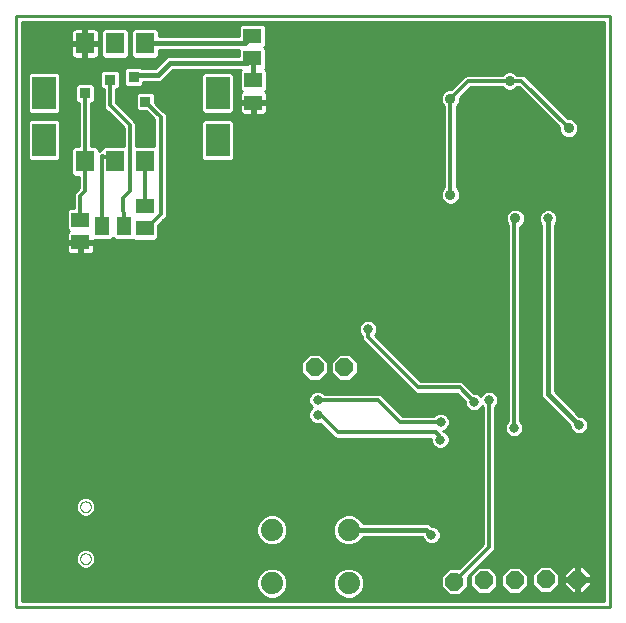
<source format=gbl>
G75*
%MOIN*%
%OFA0B0*%
%FSLAX25Y25*%
%IPPOS*%
%LPD*%
%AMOC8*
5,1,8,0,0,1.08239X$1,22.5*
%
%ADD10C,0.01000*%
%ADD11R,0.05906X0.05118*%
%ADD12R,0.06299X0.07087*%
%ADD13R,0.07874X0.11024*%
%ADD14C,0.00000*%
%ADD15C,0.07400*%
%ADD16R,0.05118X0.05906*%
%ADD17OC8,0.06000*%
%ADD18C,0.03169*%
%ADD19C,0.01200*%
%ADD20R,0.03562X0.03562*%
%ADD21C,0.01600*%
%ADD22C,0.03562*%
D10*
X0001500Y0012458D02*
X0199335Y0012458D01*
X0199335Y0209309D01*
X0001500Y0209309D01*
X0001500Y0012458D01*
X0003500Y0014458D02*
X0003500Y0207309D01*
X0197335Y0207309D01*
X0197335Y0014458D01*
X0003500Y0014458D01*
X0003500Y0015454D02*
X0084722Y0015454D01*
X0085599Y0015091D02*
X0087667Y0015091D01*
X0089579Y0015882D01*
X0091041Y0017345D01*
X0091833Y0019256D01*
X0091833Y0021325D01*
X0091041Y0023236D01*
X0089579Y0024699D01*
X0087667Y0025491D01*
X0085599Y0025491D01*
X0083688Y0024699D01*
X0082225Y0023236D01*
X0081433Y0021325D01*
X0081433Y0019256D01*
X0082225Y0017345D01*
X0083688Y0015882D01*
X0085599Y0015091D01*
X0083117Y0016452D02*
X0003500Y0016452D01*
X0003500Y0017451D02*
X0082181Y0017451D01*
X0081767Y0018449D02*
X0003500Y0018449D01*
X0003500Y0019448D02*
X0081433Y0019448D01*
X0081433Y0020446D02*
X0003500Y0020446D01*
X0003500Y0021445D02*
X0081483Y0021445D01*
X0081896Y0022443D02*
X0003500Y0022443D01*
X0003500Y0023442D02*
X0082430Y0023442D01*
X0083429Y0024441D02*
X0003500Y0024441D01*
X0003500Y0025439D02*
X0023234Y0025439D01*
X0022678Y0025669D02*
X0023881Y0025171D01*
X0025182Y0025171D01*
X0026385Y0025669D01*
X0027305Y0026589D01*
X0027803Y0027792D01*
X0027803Y0029093D01*
X0027305Y0030296D01*
X0026385Y0031216D01*
X0025182Y0031714D01*
X0023881Y0031714D01*
X0022678Y0031216D01*
X0021758Y0030296D01*
X0021260Y0029093D01*
X0021260Y0027792D01*
X0021758Y0026589D01*
X0022678Y0025669D01*
X0021910Y0026438D02*
X0003500Y0026438D01*
X0003500Y0027436D02*
X0021407Y0027436D01*
X0021260Y0028435D02*
X0003500Y0028435D01*
X0003500Y0029433D02*
X0021401Y0029433D01*
X0021894Y0030432D02*
X0003500Y0030432D01*
X0003500Y0031430D02*
X0023195Y0031430D01*
X0025868Y0031430D02*
X0155086Y0031430D01*
X0156084Y0032429D02*
X0003500Y0032429D01*
X0003500Y0033427D02*
X0084304Y0033427D01*
X0083688Y0033682D02*
X0085599Y0032891D01*
X0087667Y0032891D01*
X0089579Y0033682D01*
X0091041Y0035145D01*
X0091833Y0037056D01*
X0091833Y0039125D01*
X0091041Y0041036D01*
X0089579Y0042499D01*
X0087667Y0043291D01*
X0085599Y0043291D01*
X0083688Y0042499D01*
X0082225Y0041036D01*
X0081433Y0039125D01*
X0081433Y0037056D01*
X0082225Y0035145D01*
X0083688Y0033682D01*
X0082944Y0034426D02*
X0003500Y0034426D01*
X0003500Y0035424D02*
X0082109Y0035424D01*
X0081696Y0036423D02*
X0003500Y0036423D01*
X0003500Y0037421D02*
X0081433Y0037421D01*
X0081433Y0038420D02*
X0003500Y0038420D01*
X0003500Y0039418D02*
X0081555Y0039418D01*
X0081968Y0040417D02*
X0003500Y0040417D01*
X0003500Y0041415D02*
X0082604Y0041415D01*
X0083602Y0042414D02*
X0003500Y0042414D01*
X0003500Y0043412D02*
X0022258Y0043412D01*
X0022678Y0042992D02*
X0023881Y0042494D01*
X0025182Y0042494D01*
X0026385Y0042992D01*
X0027305Y0043912D01*
X0027803Y0045115D01*
X0027803Y0046416D01*
X0027305Y0047619D01*
X0026385Y0048539D01*
X0025182Y0049037D01*
X0023881Y0049037D01*
X0022678Y0048539D01*
X0021758Y0047619D01*
X0021260Y0046416D01*
X0021260Y0045115D01*
X0021758Y0043912D01*
X0022678Y0042992D01*
X0021551Y0044411D02*
X0003500Y0044411D01*
X0003500Y0045409D02*
X0021260Y0045409D01*
X0021260Y0046408D02*
X0003500Y0046408D01*
X0003500Y0047406D02*
X0021670Y0047406D01*
X0022544Y0048405D02*
X0003500Y0048405D01*
X0003500Y0049403D02*
X0156880Y0049403D01*
X0156880Y0048405D02*
X0026519Y0048405D01*
X0027393Y0047406D02*
X0156880Y0047406D01*
X0156880Y0046408D02*
X0027803Y0046408D01*
X0027803Y0045409D02*
X0156880Y0045409D01*
X0156880Y0044411D02*
X0027512Y0044411D01*
X0026805Y0043412D02*
X0156880Y0043412D01*
X0156880Y0042414D02*
X0115264Y0042414D01*
X0115179Y0042499D02*
X0113267Y0043291D01*
X0111199Y0043291D01*
X0109287Y0042499D01*
X0107825Y0041036D01*
X0107033Y0039125D01*
X0107033Y0037056D01*
X0107825Y0035145D01*
X0109287Y0033682D01*
X0111199Y0032891D01*
X0113267Y0032891D01*
X0115179Y0033682D01*
X0116641Y0035145D01*
X0116909Y0035791D01*
X0136752Y0035791D01*
X0136752Y0035762D01*
X0137222Y0034629D01*
X0138090Y0033761D01*
X0139223Y0033291D01*
X0140450Y0033291D01*
X0141584Y0033761D01*
X0142451Y0034629D01*
X0142921Y0035762D01*
X0142921Y0036989D01*
X0142451Y0038123D01*
X0141584Y0038990D01*
X0140450Y0039460D01*
X0140005Y0039460D01*
X0139074Y0040391D01*
X0116909Y0040391D01*
X0116641Y0041036D01*
X0115179Y0042499D01*
X0116262Y0041415D02*
X0156880Y0041415D01*
X0156880Y0040417D02*
X0116898Y0040417D01*
X0116757Y0035424D02*
X0136892Y0035424D01*
X0137425Y0034426D02*
X0115922Y0034426D01*
X0114563Y0033427D02*
X0138896Y0033427D01*
X0140778Y0033427D02*
X0156880Y0033427D01*
X0156880Y0033225D02*
X0148931Y0025275D01*
X0145537Y0025275D01*
X0142901Y0022639D01*
X0142901Y0018911D01*
X0145537Y0016275D01*
X0149265Y0016275D01*
X0151901Y0018911D01*
X0151901Y0022305D01*
X0161080Y0031485D01*
X0161080Y0079094D01*
X0161595Y0079609D01*
X0162065Y0080742D01*
X0162065Y0081970D01*
X0161595Y0083103D01*
X0160727Y0083971D01*
X0159594Y0084440D01*
X0158367Y0084440D01*
X0157233Y0083971D01*
X0156366Y0083103D01*
X0156227Y0082768D01*
X0155757Y0083237D01*
X0154623Y0083707D01*
X0154087Y0083707D01*
X0151366Y0086429D01*
X0150136Y0087659D01*
X0136366Y0087659D01*
X0121047Y0102978D01*
X0121246Y0103177D01*
X0121715Y0104310D01*
X0121715Y0105537D01*
X0121246Y0106671D01*
X0120378Y0107539D01*
X0119244Y0108008D01*
X0118017Y0108008D01*
X0116884Y0107539D01*
X0116016Y0106671D01*
X0115547Y0105537D01*
X0115547Y0104310D01*
X0116016Y0103177D01*
X0116733Y0102460D01*
X0116733Y0101352D01*
X0117963Y0100122D01*
X0134626Y0083459D01*
X0148396Y0083459D01*
X0150926Y0080929D01*
X0150926Y0080009D01*
X0151395Y0078876D01*
X0152263Y0078008D01*
X0153396Y0077538D01*
X0154623Y0077538D01*
X0155757Y0078008D01*
X0156625Y0078876D01*
X0156763Y0079211D01*
X0156880Y0079094D01*
X0156880Y0033225D01*
X0156880Y0034426D02*
X0142248Y0034426D01*
X0142781Y0035424D02*
X0156880Y0035424D01*
X0156880Y0036423D02*
X0142921Y0036423D01*
X0142742Y0037421D02*
X0156880Y0037421D01*
X0156880Y0038420D02*
X0142154Y0038420D01*
X0140551Y0039418D02*
X0156880Y0039418D01*
X0161080Y0039418D02*
X0197335Y0039418D01*
X0197335Y0038420D02*
X0161080Y0038420D01*
X0161080Y0037421D02*
X0197335Y0037421D01*
X0197335Y0036423D02*
X0161080Y0036423D01*
X0161080Y0035424D02*
X0197335Y0035424D01*
X0197335Y0034426D02*
X0161080Y0034426D01*
X0161080Y0033427D02*
X0197335Y0033427D01*
X0197335Y0032429D02*
X0161080Y0032429D01*
X0161025Y0031430D02*
X0197335Y0031430D01*
X0197335Y0030432D02*
X0160027Y0030432D01*
X0159028Y0029433D02*
X0197335Y0029433D01*
X0197335Y0028435D02*
X0158030Y0028435D01*
X0157031Y0027436D02*
X0197335Y0027436D01*
X0197335Y0026438D02*
X0156033Y0026438D01*
X0155478Y0025787D02*
X0152842Y0023151D01*
X0152842Y0019423D01*
X0155478Y0016787D01*
X0159205Y0016787D01*
X0161842Y0019423D01*
X0161842Y0023151D01*
X0159205Y0025787D01*
X0155478Y0025787D01*
X0155129Y0025439D02*
X0155034Y0025439D01*
X0154131Y0024441D02*
X0154036Y0024441D01*
X0153132Y0023442D02*
X0153037Y0023442D01*
X0152842Y0022443D02*
X0152039Y0022443D01*
X0151901Y0021445D02*
X0152842Y0021445D01*
X0152842Y0020446D02*
X0151901Y0020446D01*
X0151901Y0019448D02*
X0152842Y0019448D01*
X0153815Y0018449D02*
X0151439Y0018449D01*
X0150440Y0017451D02*
X0154814Y0017451D01*
X0149442Y0016452D02*
X0197335Y0016452D01*
X0197335Y0015454D02*
X0114144Y0015454D01*
X0113267Y0015091D02*
X0115179Y0015882D01*
X0116641Y0017345D01*
X0117433Y0019256D01*
X0117433Y0021325D01*
X0116641Y0023236D01*
X0115179Y0024699D01*
X0113267Y0025491D01*
X0111199Y0025491D01*
X0109287Y0024699D01*
X0107825Y0023236D01*
X0107033Y0021325D01*
X0107033Y0019256D01*
X0107825Y0017345D01*
X0109287Y0015882D01*
X0111199Y0015091D01*
X0113267Y0015091D01*
X0115749Y0016452D02*
X0145360Y0016452D01*
X0144361Y0017451D02*
X0116685Y0017451D01*
X0117099Y0018449D02*
X0143362Y0018449D01*
X0142901Y0019448D02*
X0117433Y0019448D01*
X0117433Y0020446D02*
X0142901Y0020446D01*
X0142901Y0021445D02*
X0117383Y0021445D01*
X0116970Y0022443D02*
X0142901Y0022443D01*
X0143703Y0023442D02*
X0116436Y0023442D01*
X0115437Y0024441D02*
X0144702Y0024441D01*
X0149094Y0025439D02*
X0113392Y0025439D01*
X0111074Y0025439D02*
X0087792Y0025439D01*
X0089837Y0024441D02*
X0109029Y0024441D01*
X0108030Y0023442D02*
X0090836Y0023442D01*
X0091370Y0022443D02*
X0107496Y0022443D01*
X0107083Y0021445D02*
X0091783Y0021445D01*
X0091833Y0020446D02*
X0107033Y0020446D01*
X0107033Y0019448D02*
X0091833Y0019448D01*
X0091499Y0018449D02*
X0107367Y0018449D01*
X0107781Y0017451D02*
X0091085Y0017451D01*
X0090149Y0016452D02*
X0108717Y0016452D01*
X0110322Y0015454D02*
X0088544Y0015454D01*
X0085474Y0025439D02*
X0025829Y0025439D01*
X0027153Y0026438D02*
X0150093Y0026438D01*
X0151091Y0027436D02*
X0027656Y0027436D01*
X0027803Y0028435D02*
X0152090Y0028435D01*
X0153089Y0029433D02*
X0027662Y0029433D01*
X0027169Y0030432D02*
X0154087Y0030432D01*
X0159554Y0025439D02*
X0165400Y0025439D01*
X0165729Y0025767D02*
X0163093Y0023131D01*
X0163093Y0019403D01*
X0165729Y0016767D01*
X0169456Y0016767D01*
X0172093Y0019403D01*
X0172093Y0023131D01*
X0169456Y0025767D01*
X0165729Y0025767D01*
X0164402Y0024441D02*
X0160552Y0024441D01*
X0161551Y0023442D02*
X0163403Y0023442D01*
X0163093Y0022443D02*
X0161842Y0022443D01*
X0161842Y0021445D02*
X0163093Y0021445D01*
X0163093Y0020446D02*
X0161842Y0020446D01*
X0161842Y0019448D02*
X0163093Y0019448D01*
X0164047Y0018449D02*
X0160868Y0018449D01*
X0159869Y0017451D02*
X0165045Y0017451D01*
X0170140Y0017451D02*
X0175641Y0017451D01*
X0176039Y0017053D02*
X0179767Y0017053D01*
X0182403Y0019689D01*
X0182403Y0023417D01*
X0179767Y0026053D01*
X0176039Y0026053D01*
X0173403Y0023417D01*
X0173403Y0019689D01*
X0176039Y0017053D01*
X0174642Y0018449D02*
X0171138Y0018449D01*
X0172093Y0019448D02*
X0173644Y0019448D01*
X0173403Y0020446D02*
X0172093Y0020446D01*
X0172093Y0021445D02*
X0173403Y0021445D01*
X0173403Y0022443D02*
X0172093Y0022443D01*
X0171782Y0023442D02*
X0173428Y0023442D01*
X0174426Y0024441D02*
X0170783Y0024441D01*
X0169785Y0025439D02*
X0175425Y0025439D01*
X0180380Y0025439D02*
X0186104Y0025439D01*
X0186541Y0025876D02*
X0183905Y0023240D01*
X0183905Y0021876D01*
X0187904Y0021876D01*
X0187904Y0020876D01*
X0183905Y0020876D01*
X0183905Y0019512D01*
X0186541Y0016876D01*
X0187905Y0016876D01*
X0187905Y0020876D01*
X0188905Y0020876D01*
X0188905Y0021876D01*
X0192905Y0021876D01*
X0192905Y0023240D01*
X0190268Y0025876D01*
X0188905Y0025876D01*
X0188905Y0021876D01*
X0187905Y0021876D01*
X0187905Y0025876D01*
X0186541Y0025876D01*
X0187905Y0025439D02*
X0188905Y0025439D01*
X0188905Y0024441D02*
X0187905Y0024441D01*
X0187905Y0023442D02*
X0188905Y0023442D01*
X0188905Y0022443D02*
X0187905Y0022443D01*
X0187904Y0021445D02*
X0182403Y0021445D01*
X0182403Y0022443D02*
X0183905Y0022443D01*
X0184107Y0023442D02*
X0182377Y0023442D01*
X0181379Y0024441D02*
X0185105Y0024441D01*
X0183905Y0020446D02*
X0182403Y0020446D01*
X0182162Y0019448D02*
X0183968Y0019448D01*
X0184967Y0018449D02*
X0181163Y0018449D01*
X0180165Y0017451D02*
X0185965Y0017451D01*
X0187905Y0017451D02*
X0188905Y0017451D01*
X0188905Y0016876D02*
X0190268Y0016876D01*
X0192905Y0019512D01*
X0192905Y0020876D01*
X0188905Y0020876D01*
X0188905Y0016876D01*
X0188905Y0018449D02*
X0187905Y0018449D01*
X0187905Y0019448D02*
X0188905Y0019448D01*
X0188905Y0020446D02*
X0187905Y0020446D01*
X0188905Y0021445D02*
X0197335Y0021445D01*
X0197335Y0022443D02*
X0192905Y0022443D01*
X0192702Y0023442D02*
X0197335Y0023442D01*
X0197335Y0024441D02*
X0191704Y0024441D01*
X0190705Y0025439D02*
X0197335Y0025439D01*
X0197335Y0020446D02*
X0192905Y0020446D01*
X0192841Y0019448D02*
X0197335Y0019448D01*
X0197335Y0018449D02*
X0191842Y0018449D01*
X0190844Y0017451D02*
X0197335Y0017451D01*
X0197335Y0040417D02*
X0161080Y0040417D01*
X0161080Y0041415D02*
X0197335Y0041415D01*
X0197335Y0042414D02*
X0161080Y0042414D01*
X0161080Y0043412D02*
X0197335Y0043412D01*
X0197335Y0044411D02*
X0161080Y0044411D01*
X0161080Y0045409D02*
X0197335Y0045409D01*
X0197335Y0046408D02*
X0161080Y0046408D01*
X0161080Y0047406D02*
X0197335Y0047406D01*
X0197335Y0048405D02*
X0161080Y0048405D01*
X0161080Y0049403D02*
X0197335Y0049403D01*
X0197335Y0050402D02*
X0161080Y0050402D01*
X0161080Y0051400D02*
X0197335Y0051400D01*
X0197335Y0052399D02*
X0161080Y0052399D01*
X0161080Y0053397D02*
X0197335Y0053397D01*
X0197335Y0054396D02*
X0161080Y0054396D01*
X0161080Y0055394D02*
X0197335Y0055394D01*
X0197335Y0056393D02*
X0161080Y0056393D01*
X0161080Y0057391D02*
X0197335Y0057391D01*
X0197335Y0058390D02*
X0161080Y0058390D01*
X0161080Y0059388D02*
X0197335Y0059388D01*
X0197335Y0060387D02*
X0161080Y0060387D01*
X0161080Y0061385D02*
X0197335Y0061385D01*
X0197335Y0062384D02*
X0161080Y0062384D01*
X0161080Y0063382D02*
X0197335Y0063382D01*
X0197335Y0064381D02*
X0161080Y0064381D01*
X0161080Y0065379D02*
X0197335Y0065379D01*
X0197335Y0066378D02*
X0161080Y0066378D01*
X0161080Y0067376D02*
X0197335Y0067376D01*
X0197335Y0068375D02*
X0161080Y0068375D01*
X0161080Y0069374D02*
X0165641Y0069374D01*
X0165599Y0069391D02*
X0166733Y0068921D01*
X0167960Y0068921D01*
X0169094Y0069391D01*
X0169961Y0070259D01*
X0170431Y0071392D01*
X0170431Y0072619D01*
X0169961Y0073753D01*
X0169446Y0074267D01*
X0169446Y0139002D01*
X0169697Y0139106D01*
X0170620Y0140029D01*
X0171120Y0141235D01*
X0171120Y0142540D01*
X0170620Y0143746D01*
X0169697Y0144669D01*
X0168491Y0145169D01*
X0167186Y0145169D01*
X0165980Y0144669D01*
X0165057Y0143746D01*
X0164557Y0142540D01*
X0164557Y0141235D01*
X0165057Y0140029D01*
X0165246Y0139839D01*
X0165246Y0074267D01*
X0164732Y0073753D01*
X0164262Y0072619D01*
X0164262Y0071392D01*
X0164732Y0070259D01*
X0165599Y0069391D01*
X0164685Y0070372D02*
X0161080Y0070372D01*
X0161080Y0071371D02*
X0164271Y0071371D01*
X0164262Y0072369D02*
X0161080Y0072369D01*
X0161080Y0073368D02*
X0164572Y0073368D01*
X0165246Y0074366D02*
X0161080Y0074366D01*
X0161080Y0075365D02*
X0165246Y0075365D01*
X0165246Y0076363D02*
X0161080Y0076363D01*
X0161080Y0077362D02*
X0165246Y0077362D01*
X0165246Y0078360D02*
X0161080Y0078360D01*
X0161345Y0079359D02*
X0165246Y0079359D01*
X0165246Y0080357D02*
X0161905Y0080357D01*
X0162065Y0081356D02*
X0165246Y0081356D01*
X0165246Y0082354D02*
X0161905Y0082354D01*
X0161345Y0083353D02*
X0165246Y0083353D01*
X0165246Y0084351D02*
X0159809Y0084351D01*
X0158152Y0084351D02*
X0153443Y0084351D01*
X0152445Y0085350D02*
X0165246Y0085350D01*
X0165246Y0086348D02*
X0151446Y0086348D01*
X0150448Y0087347D02*
X0165246Y0087347D01*
X0165246Y0088345D02*
X0135679Y0088345D01*
X0134681Y0089344D02*
X0165246Y0089344D01*
X0165246Y0090342D02*
X0133682Y0090342D01*
X0132684Y0091341D02*
X0165246Y0091341D01*
X0165246Y0092339D02*
X0131685Y0092339D01*
X0130687Y0093338D02*
X0165246Y0093338D01*
X0165246Y0094336D02*
X0129688Y0094336D01*
X0128690Y0095335D02*
X0165246Y0095335D01*
X0165246Y0096333D02*
X0127691Y0096333D01*
X0126693Y0097332D02*
X0165246Y0097332D01*
X0165246Y0098330D02*
X0125694Y0098330D01*
X0124696Y0099329D02*
X0165246Y0099329D01*
X0165246Y0100327D02*
X0123697Y0100327D01*
X0122699Y0101326D02*
X0165246Y0101326D01*
X0165246Y0102324D02*
X0121700Y0102324D01*
X0122071Y0103010D02*
X0122563Y0103010D01*
X0121306Y0103323D02*
X0165246Y0103323D01*
X0165246Y0104321D02*
X0121715Y0104321D01*
X0121715Y0105320D02*
X0165246Y0105320D01*
X0165246Y0106318D02*
X0121392Y0106318D01*
X0120600Y0107317D02*
X0165246Y0107317D01*
X0165246Y0108315D02*
X0003500Y0108315D01*
X0003500Y0107317D02*
X0116662Y0107317D01*
X0115870Y0106318D02*
X0003500Y0106318D01*
X0003500Y0105320D02*
X0115547Y0105320D01*
X0115547Y0104321D02*
X0003500Y0104321D01*
X0003500Y0103323D02*
X0115956Y0103323D01*
X0116733Y0102324D02*
X0003500Y0102324D01*
X0003500Y0101326D02*
X0116759Y0101326D01*
X0117758Y0100327D02*
X0003500Y0100327D01*
X0003500Y0099329D02*
X0118756Y0099329D01*
X0119755Y0098330D02*
X0003500Y0098330D01*
X0003500Y0097332D02*
X0120753Y0097332D01*
X0121752Y0096333D02*
X0112965Y0096333D01*
X0112616Y0096683D02*
X0115252Y0094047D01*
X0115252Y0090319D01*
X0112616Y0087683D01*
X0108888Y0087683D01*
X0106252Y0090319D01*
X0106252Y0094047D01*
X0108888Y0096683D01*
X0112616Y0096683D01*
X0113964Y0095335D02*
X0122750Y0095335D01*
X0123749Y0094336D02*
X0114962Y0094336D01*
X0115252Y0093338D02*
X0124747Y0093338D01*
X0125746Y0092339D02*
X0115252Y0092339D01*
X0115252Y0091341D02*
X0126744Y0091341D01*
X0127743Y0090342D02*
X0115252Y0090342D01*
X0114277Y0089344D02*
X0128741Y0089344D01*
X0129740Y0088345D02*
X0113278Y0088345D01*
X0108226Y0088345D02*
X0103436Y0088345D01*
X0102773Y0087683D02*
X0105409Y0090319D01*
X0105409Y0094047D01*
X0102773Y0096683D01*
X0099045Y0096683D01*
X0096409Y0094047D01*
X0096409Y0090319D01*
X0099045Y0087683D01*
X0102773Y0087683D01*
X0104434Y0089344D02*
X0107227Y0089344D01*
X0106252Y0090342D02*
X0105409Y0090342D01*
X0105409Y0091341D02*
X0106252Y0091341D01*
X0106252Y0092339D02*
X0105409Y0092339D01*
X0105409Y0093338D02*
X0106252Y0093338D01*
X0106542Y0094336D02*
X0105120Y0094336D01*
X0104121Y0095335D02*
X0107540Y0095335D01*
X0108539Y0096333D02*
X0103123Y0096333D01*
X0098696Y0096333D02*
X0003500Y0096333D01*
X0003500Y0095335D02*
X0097698Y0095335D01*
X0096699Y0094336D02*
X0003500Y0094336D01*
X0003500Y0093338D02*
X0096409Y0093338D01*
X0096409Y0092339D02*
X0003500Y0092339D01*
X0003500Y0091341D02*
X0096409Y0091341D01*
X0096409Y0090342D02*
X0003500Y0090342D01*
X0003500Y0089344D02*
X0097385Y0089344D01*
X0098383Y0088345D02*
X0003500Y0088345D01*
X0003500Y0087347D02*
X0130738Y0087347D01*
X0131737Y0086348D02*
X0003500Y0086348D01*
X0003500Y0085350D02*
X0132735Y0085350D01*
X0133734Y0084351D02*
X0102722Y0084351D01*
X0102507Y0084440D02*
X0101280Y0084440D01*
X0100147Y0083971D01*
X0099279Y0083103D01*
X0098809Y0081970D01*
X0098809Y0080742D01*
X0099279Y0079609D01*
X0099993Y0078895D01*
X0099279Y0078182D01*
X0098809Y0077048D01*
X0098809Y0075821D01*
X0099279Y0074688D01*
X0100147Y0073820D01*
X0101280Y0073350D01*
X0102507Y0073350D01*
X0102850Y0073493D01*
X0107914Y0068429D01*
X0139705Y0068429D01*
X0139705Y0067554D01*
X0140175Y0066420D01*
X0141042Y0065552D01*
X0142176Y0065083D01*
X0143403Y0065083D01*
X0144536Y0065552D01*
X0145404Y0066420D01*
X0145874Y0067554D01*
X0145874Y0068781D01*
X0145404Y0069914D01*
X0144536Y0070782D01*
X0143829Y0071075D01*
X0144635Y0071409D01*
X0145502Y0072276D01*
X0145972Y0073410D01*
X0145972Y0074637D01*
X0145502Y0075770D01*
X0144635Y0076638D01*
X0143501Y0077108D01*
X0142274Y0077108D01*
X0141141Y0076638D01*
X0140618Y0076115D01*
X0130319Y0076077D01*
X0122941Y0083456D01*
X0104155Y0083456D01*
X0103641Y0083971D01*
X0102507Y0084440D01*
X0101065Y0084351D02*
X0003500Y0084351D01*
X0003500Y0083353D02*
X0099529Y0083353D01*
X0098969Y0082354D02*
X0003500Y0082354D01*
X0003500Y0081356D02*
X0098809Y0081356D01*
X0098969Y0080357D02*
X0003500Y0080357D01*
X0003500Y0079359D02*
X0099529Y0079359D01*
X0099457Y0078360D02*
X0003500Y0078360D01*
X0003500Y0077362D02*
X0098939Y0077362D01*
X0098809Y0076363D02*
X0003500Y0076363D01*
X0003500Y0075365D02*
X0098999Y0075365D01*
X0099601Y0074366D02*
X0003500Y0074366D01*
X0003500Y0073368D02*
X0101239Y0073368D01*
X0102548Y0073368D02*
X0102975Y0073368D01*
X0103974Y0072369D02*
X0003500Y0072369D01*
X0003500Y0071371D02*
X0104972Y0071371D01*
X0105971Y0070372D02*
X0003500Y0070372D01*
X0003500Y0069374D02*
X0106969Y0069374D01*
X0123044Y0083353D02*
X0148502Y0083353D01*
X0149500Y0082354D02*
X0124043Y0082354D01*
X0125041Y0081356D02*
X0150499Y0081356D01*
X0150926Y0080357D02*
X0126040Y0080357D01*
X0127038Y0079359D02*
X0151195Y0079359D01*
X0151911Y0078360D02*
X0128037Y0078360D01*
X0129035Y0077362D02*
X0156880Y0077362D01*
X0156880Y0078360D02*
X0156109Y0078360D01*
X0156880Y0076363D02*
X0144910Y0076363D01*
X0145671Y0075365D02*
X0156880Y0075365D01*
X0156880Y0074366D02*
X0145972Y0074366D01*
X0145955Y0073368D02*
X0156880Y0073368D01*
X0156880Y0072369D02*
X0145541Y0072369D01*
X0144543Y0071371D02*
X0156880Y0071371D01*
X0156880Y0070372D02*
X0144946Y0070372D01*
X0145628Y0069374D02*
X0156880Y0069374D01*
X0156880Y0068375D02*
X0145874Y0068375D01*
X0145800Y0067376D02*
X0156880Y0067376D01*
X0156880Y0066378D02*
X0145362Y0066378D01*
X0144119Y0065379D02*
X0156880Y0065379D01*
X0156880Y0064381D02*
X0003500Y0064381D01*
X0003500Y0065379D02*
X0141460Y0065379D01*
X0140217Y0066378D02*
X0003500Y0066378D01*
X0003500Y0067376D02*
X0139778Y0067376D01*
X0139705Y0068375D02*
X0003500Y0068375D01*
X0003500Y0063382D02*
X0156880Y0063382D01*
X0156880Y0062384D02*
X0003500Y0062384D01*
X0003500Y0061385D02*
X0156880Y0061385D01*
X0156880Y0060387D02*
X0003500Y0060387D01*
X0003500Y0059388D02*
X0156880Y0059388D01*
X0156880Y0058390D02*
X0003500Y0058390D01*
X0003500Y0057391D02*
X0156880Y0057391D01*
X0156880Y0056393D02*
X0003500Y0056393D01*
X0003500Y0055394D02*
X0156880Y0055394D01*
X0156880Y0054396D02*
X0003500Y0054396D01*
X0003500Y0053397D02*
X0156880Y0053397D01*
X0156880Y0052399D02*
X0003500Y0052399D01*
X0003500Y0051400D02*
X0156880Y0051400D01*
X0156880Y0050402D02*
X0003500Y0050402D01*
X0003500Y0109314D02*
X0165246Y0109314D01*
X0165246Y0110312D02*
X0003500Y0110312D01*
X0003500Y0111311D02*
X0165246Y0111311D01*
X0165246Y0112309D02*
X0003500Y0112309D01*
X0003500Y0113308D02*
X0165246Y0113308D01*
X0165246Y0114307D02*
X0003500Y0114307D01*
X0003500Y0115305D02*
X0165246Y0115305D01*
X0165246Y0116304D02*
X0003500Y0116304D01*
X0003500Y0117302D02*
X0165246Y0117302D01*
X0165246Y0118301D02*
X0003500Y0118301D01*
X0003500Y0119299D02*
X0165246Y0119299D01*
X0165246Y0120298D02*
X0003500Y0120298D01*
X0003500Y0121296D02*
X0165246Y0121296D01*
X0165246Y0122295D02*
X0003500Y0122295D01*
X0003500Y0123293D02*
X0165246Y0123293D01*
X0165246Y0124292D02*
X0003500Y0124292D01*
X0003500Y0125290D02*
X0165246Y0125290D01*
X0165246Y0126289D02*
X0003500Y0126289D01*
X0003500Y0127287D02*
X0165246Y0127287D01*
X0165246Y0128286D02*
X0003500Y0128286D01*
X0003500Y0129284D02*
X0165246Y0129284D01*
X0165246Y0130283D02*
X0026800Y0130283D01*
X0026668Y0130151D02*
X0026947Y0130430D01*
X0027145Y0130772D01*
X0027247Y0131154D01*
X0027247Y0133410D01*
X0023294Y0133410D01*
X0023294Y0129851D01*
X0025945Y0129851D01*
X0026326Y0129953D01*
X0026668Y0130151D01*
X0027247Y0131281D02*
X0165246Y0131281D01*
X0165246Y0132280D02*
X0027247Y0132280D01*
X0027247Y0133278D02*
X0165246Y0133278D01*
X0165246Y0134277D02*
X0023294Y0134277D01*
X0023294Y0134410D02*
X0027247Y0134410D01*
X0027247Y0134767D01*
X0033086Y0134767D01*
X0033646Y0135327D01*
X0034205Y0134767D01*
X0040416Y0134767D01*
X0040697Y0134487D01*
X0047845Y0134487D01*
X0048723Y0135366D01*
X0048723Y0139507D01*
X0050490Y0141274D01*
X0051720Y0142504D01*
X0051720Y0176586D01*
X0050490Y0177816D01*
X0047798Y0180508D01*
X0047798Y0183222D01*
X0046919Y0184101D01*
X0042114Y0184101D01*
X0041236Y0183222D01*
X0041236Y0178417D01*
X0042114Y0177538D01*
X0044828Y0177538D01*
X0047520Y0174846D01*
X0047520Y0165887D01*
X0041494Y0165887D01*
X0041494Y0173786D01*
X0035081Y0180198D01*
X0034820Y0180459D01*
X0034820Y0184847D01*
X0035157Y0184847D01*
X0036036Y0185725D01*
X0036036Y0190530D01*
X0035157Y0191409D01*
X0030352Y0191409D01*
X0029474Y0190530D01*
X0029474Y0185725D01*
X0030352Y0184847D01*
X0030620Y0184847D01*
X0030620Y0178685D01*
X0031851Y0177455D01*
X0032077Y0177228D01*
X0032111Y0177228D01*
X0037294Y0172046D01*
X0037294Y0165887D01*
X0030534Y0165887D01*
X0029656Y0165009D01*
X0029656Y0164651D01*
X0029250Y0164654D01*
X0028955Y0164364D01*
X0028955Y0165009D01*
X0028076Y0165887D01*
X0026484Y0165887D01*
X0026484Y0180294D01*
X0026786Y0180294D01*
X0027665Y0181173D01*
X0027665Y0185978D01*
X0026786Y0186857D01*
X0021981Y0186857D01*
X0021103Y0185978D01*
X0021103Y0181173D01*
X0021981Y0180294D01*
X0022284Y0180294D01*
X0022284Y0165887D01*
X0020534Y0165887D01*
X0019656Y0165009D01*
X0019656Y0156680D01*
X0020534Y0155801D01*
X0022205Y0155801D01*
X0022205Y0151896D01*
X0021892Y0151583D01*
X0021887Y0151583D01*
X0021277Y0150968D01*
X0020665Y0150356D01*
X0020665Y0150351D01*
X0020662Y0150348D01*
X0020665Y0149481D01*
X0020665Y0148616D01*
X0020668Y0148613D01*
X0020679Y0145449D01*
X0019220Y0145449D01*
X0018342Y0144571D01*
X0018342Y0138210D01*
X0018901Y0137650D01*
X0018641Y0137390D01*
X0018444Y0137048D01*
X0018342Y0136667D01*
X0018342Y0134410D01*
X0022294Y0134410D01*
X0022294Y0133410D01*
X0018342Y0133410D01*
X0018342Y0131154D01*
X0018444Y0130772D01*
X0018641Y0130430D01*
X0018921Y0130151D01*
X0019263Y0129953D01*
X0019644Y0129851D01*
X0022294Y0129851D01*
X0022294Y0133410D01*
X0023294Y0133410D01*
X0023294Y0134410D01*
X0022294Y0134277D02*
X0003500Y0134277D01*
X0003500Y0135275D02*
X0018342Y0135275D01*
X0018342Y0136274D02*
X0003500Y0136274D01*
X0003500Y0137272D02*
X0018573Y0137272D01*
X0018342Y0138271D02*
X0003500Y0138271D01*
X0003500Y0139269D02*
X0018342Y0139269D01*
X0018342Y0140268D02*
X0003500Y0140268D01*
X0003500Y0141266D02*
X0018342Y0141266D01*
X0018342Y0142265D02*
X0003500Y0142265D01*
X0003500Y0143263D02*
X0018342Y0143263D01*
X0018342Y0144262D02*
X0003500Y0144262D01*
X0003500Y0145260D02*
X0019031Y0145260D01*
X0020677Y0146259D02*
X0003500Y0146259D01*
X0003500Y0147257D02*
X0020673Y0147257D01*
X0020669Y0148256D02*
X0003500Y0148256D01*
X0003500Y0149254D02*
X0020665Y0149254D01*
X0020662Y0150253D02*
X0003500Y0150253D01*
X0003500Y0151251D02*
X0021558Y0151251D01*
X0022205Y0152250D02*
X0003500Y0152250D01*
X0003500Y0153248D02*
X0022205Y0153248D01*
X0022205Y0154247D02*
X0003500Y0154247D01*
X0003500Y0155245D02*
X0022205Y0155245D01*
X0020091Y0156244D02*
X0003500Y0156244D01*
X0003500Y0157243D02*
X0019656Y0157243D01*
X0019656Y0158241D02*
X0003500Y0158241D01*
X0003500Y0159240D02*
X0019656Y0159240D01*
X0019656Y0160238D02*
X0003500Y0160238D01*
X0003500Y0161237D02*
X0005847Y0161237D01*
X0006164Y0160919D02*
X0005285Y0161798D01*
X0005285Y0174064D01*
X0006164Y0174943D01*
X0015281Y0174943D01*
X0016159Y0174064D01*
X0016159Y0161798D01*
X0015281Y0160919D01*
X0006164Y0160919D01*
X0005285Y0162235D02*
X0003500Y0162235D01*
X0003500Y0163234D02*
X0005285Y0163234D01*
X0005285Y0164232D02*
X0003500Y0164232D01*
X0003500Y0165231D02*
X0005285Y0165231D01*
X0005285Y0166229D02*
X0003500Y0166229D01*
X0003500Y0167228D02*
X0005285Y0167228D01*
X0005285Y0168226D02*
X0003500Y0168226D01*
X0003500Y0169225D02*
X0005285Y0169225D01*
X0005285Y0170223D02*
X0003500Y0170223D01*
X0003500Y0171222D02*
X0005285Y0171222D01*
X0005285Y0172220D02*
X0003500Y0172220D01*
X0003500Y0173219D02*
X0005285Y0173219D01*
X0005439Y0174217D02*
X0003500Y0174217D01*
X0003500Y0175216D02*
X0022284Y0175216D01*
X0022284Y0176214D02*
X0003500Y0176214D01*
X0003500Y0177213D02*
X0005618Y0177213D01*
X0005285Y0177546D02*
X0006164Y0176667D01*
X0015281Y0176667D01*
X0016159Y0177546D01*
X0016159Y0189812D01*
X0015281Y0190691D01*
X0006164Y0190691D01*
X0005285Y0189812D01*
X0005285Y0177546D01*
X0005285Y0178211D02*
X0003500Y0178211D01*
X0003500Y0179210D02*
X0005285Y0179210D01*
X0005285Y0180208D02*
X0003500Y0180208D01*
X0003500Y0181207D02*
X0005285Y0181207D01*
X0005285Y0182205D02*
X0003500Y0182205D01*
X0003500Y0183204D02*
X0005285Y0183204D01*
X0005285Y0184202D02*
X0003500Y0184202D01*
X0003500Y0185201D02*
X0005285Y0185201D01*
X0005285Y0186199D02*
X0003500Y0186199D01*
X0003500Y0187198D02*
X0005285Y0187198D01*
X0005285Y0188196D02*
X0003500Y0188196D01*
X0003500Y0189195D02*
X0005285Y0189195D01*
X0005667Y0190193D02*
X0003500Y0190193D01*
X0003500Y0191192D02*
X0030136Y0191192D01*
X0029474Y0190193D02*
X0015778Y0190193D01*
X0016159Y0189195D02*
X0029474Y0189195D01*
X0029474Y0188196D02*
X0016159Y0188196D01*
X0016159Y0187198D02*
X0029474Y0187198D01*
X0029474Y0186199D02*
X0027444Y0186199D01*
X0027665Y0185201D02*
X0029998Y0185201D01*
X0030620Y0184202D02*
X0027665Y0184202D01*
X0027665Y0183204D02*
X0030620Y0183204D01*
X0030620Y0182205D02*
X0027665Y0182205D01*
X0027665Y0181207D02*
X0030620Y0181207D01*
X0030620Y0180208D02*
X0026484Y0180208D01*
X0026484Y0179210D02*
X0030620Y0179210D01*
X0031094Y0178211D02*
X0026484Y0178211D01*
X0026484Y0177213D02*
X0032127Y0177213D01*
X0033126Y0176214D02*
X0026484Y0176214D01*
X0026484Y0175216D02*
X0034124Y0175216D01*
X0035123Y0174217D02*
X0026484Y0174217D01*
X0026484Y0173219D02*
X0036121Y0173219D01*
X0037120Y0172220D02*
X0026484Y0172220D01*
X0026484Y0171222D02*
X0037294Y0171222D01*
X0037294Y0170223D02*
X0026484Y0170223D01*
X0026484Y0169225D02*
X0037294Y0169225D01*
X0037294Y0168226D02*
X0026484Y0168226D01*
X0026484Y0167228D02*
X0037294Y0167228D01*
X0037294Y0166229D02*
X0026484Y0166229D01*
X0028733Y0165231D02*
X0029877Y0165231D01*
X0022284Y0166229D02*
X0016159Y0166229D01*
X0016159Y0165231D02*
X0019877Y0165231D01*
X0019656Y0164232D02*
X0016159Y0164232D01*
X0016159Y0163234D02*
X0019656Y0163234D01*
X0019656Y0162235D02*
X0016159Y0162235D01*
X0015598Y0161237D02*
X0019656Y0161237D01*
X0022284Y0167228D02*
X0016159Y0167228D01*
X0016159Y0168226D02*
X0022284Y0168226D01*
X0022284Y0169225D02*
X0016159Y0169225D01*
X0016159Y0170223D02*
X0022284Y0170223D01*
X0022284Y0171222D02*
X0016159Y0171222D01*
X0016159Y0172220D02*
X0022284Y0172220D01*
X0022284Y0173219D02*
X0016159Y0173219D01*
X0016006Y0174217D02*
X0022284Y0174217D01*
X0022284Y0177213D02*
X0015826Y0177213D01*
X0016159Y0178211D02*
X0022284Y0178211D01*
X0022284Y0179210D02*
X0016159Y0179210D01*
X0016159Y0180208D02*
X0022284Y0180208D01*
X0021103Y0181207D02*
X0016159Y0181207D01*
X0016159Y0182205D02*
X0021103Y0182205D01*
X0021103Y0183204D02*
X0016159Y0183204D01*
X0016159Y0184202D02*
X0021103Y0184202D01*
X0021103Y0185201D02*
X0016159Y0185201D01*
X0016159Y0186199D02*
X0021324Y0186199D01*
X0020958Y0195171D02*
X0023805Y0195171D01*
X0023805Y0199714D01*
X0024805Y0199714D01*
X0024805Y0195171D01*
X0027652Y0195171D01*
X0028034Y0195273D01*
X0028376Y0195471D01*
X0028655Y0195750D01*
X0028852Y0196092D01*
X0028955Y0196473D01*
X0028955Y0199714D01*
X0024805Y0199714D01*
X0024805Y0200714D01*
X0028955Y0200714D01*
X0028955Y0203955D01*
X0028852Y0204337D01*
X0028655Y0204679D01*
X0028376Y0204958D01*
X0028034Y0205155D01*
X0027652Y0205258D01*
X0024805Y0205258D01*
X0024805Y0200714D01*
X0023805Y0200714D01*
X0023805Y0199714D01*
X0019656Y0199714D01*
X0019656Y0196473D01*
X0019758Y0196092D01*
X0019955Y0195750D01*
X0020234Y0195471D01*
X0020577Y0195273D01*
X0020958Y0195171D01*
X0020902Y0195186D02*
X0003500Y0195186D01*
X0003500Y0196184D02*
X0019733Y0196184D01*
X0019656Y0197183D02*
X0003500Y0197183D01*
X0003500Y0198181D02*
X0019656Y0198181D01*
X0019656Y0199180D02*
X0003500Y0199180D01*
X0003500Y0200178D02*
X0023805Y0200178D01*
X0023805Y0200714D02*
X0019656Y0200714D01*
X0019656Y0203955D01*
X0019758Y0204337D01*
X0019955Y0204679D01*
X0020234Y0204958D01*
X0020577Y0205155D01*
X0020958Y0205258D01*
X0023805Y0205258D01*
X0023805Y0200714D01*
X0023805Y0201177D02*
X0024805Y0201177D01*
X0024805Y0200178D02*
X0029656Y0200178D01*
X0029656Y0199180D02*
X0028955Y0199180D01*
X0028955Y0198181D02*
X0029656Y0198181D01*
X0029656Y0197183D02*
X0028955Y0197183D01*
X0028877Y0196184D02*
X0029656Y0196184D01*
X0029656Y0196050D02*
X0030534Y0195171D01*
X0038076Y0195171D01*
X0038955Y0196050D01*
X0038955Y0204379D01*
X0038076Y0205258D01*
X0030534Y0205258D01*
X0029656Y0204379D01*
X0029656Y0196050D01*
X0030519Y0195186D02*
X0027708Y0195186D01*
X0024805Y0195186D02*
X0023805Y0195186D01*
X0023805Y0196184D02*
X0024805Y0196184D01*
X0024805Y0197183D02*
X0023805Y0197183D01*
X0023805Y0198181D02*
X0024805Y0198181D01*
X0024805Y0199180D02*
X0023805Y0199180D01*
X0023805Y0202176D02*
X0024805Y0202176D01*
X0024805Y0203174D02*
X0023805Y0203174D01*
X0023805Y0204173D02*
X0024805Y0204173D01*
X0024805Y0205171D02*
X0023805Y0205171D01*
X0020635Y0205171D02*
X0003500Y0205171D01*
X0003500Y0204173D02*
X0019714Y0204173D01*
X0019656Y0203174D02*
X0003500Y0203174D01*
X0003500Y0202176D02*
X0019656Y0202176D01*
X0019656Y0201177D02*
X0003500Y0201177D01*
X0003500Y0206170D02*
X0075949Y0206170D01*
X0075645Y0205865D02*
X0075645Y0202514D01*
X0048955Y0202514D01*
X0048955Y0204379D01*
X0048076Y0205258D01*
X0040534Y0205258D01*
X0039656Y0204379D01*
X0039656Y0196050D01*
X0040534Y0195171D01*
X0048076Y0195171D01*
X0048955Y0196050D01*
X0048955Y0197914D01*
X0075645Y0197914D01*
X0075645Y0195930D01*
X0051797Y0195930D01*
X0050450Y0194582D01*
X0047791Y0191924D01*
X0043447Y0191924D01*
X0042967Y0192403D01*
X0038163Y0192403D01*
X0037284Y0191524D01*
X0037284Y0186719D01*
X0038163Y0185841D01*
X0042967Y0185841D01*
X0043846Y0186719D01*
X0043846Y0187324D01*
X0049697Y0187324D01*
X0051044Y0188671D01*
X0053703Y0191330D01*
X0076267Y0191330D01*
X0076053Y0191116D01*
X0076053Y0184755D01*
X0076613Y0184196D01*
X0076353Y0183935D01*
X0076155Y0183593D01*
X0076053Y0183212D01*
X0076053Y0180955D01*
X0080006Y0180955D01*
X0080006Y0179955D01*
X0081006Y0179955D01*
X0081006Y0176396D01*
X0083656Y0176396D01*
X0084038Y0176499D01*
X0084380Y0176696D01*
X0084659Y0176975D01*
X0084856Y0177317D01*
X0084959Y0177699D01*
X0084959Y0179955D01*
X0081006Y0179955D01*
X0081006Y0180955D01*
X0084959Y0180955D01*
X0084959Y0183212D01*
X0084856Y0183593D01*
X0084659Y0183935D01*
X0084399Y0184196D01*
X0084959Y0184755D01*
X0084959Y0191116D01*
X0084300Y0191774D01*
X0084550Y0192024D01*
X0084550Y0198385D01*
X0083990Y0198945D01*
X0084550Y0199504D01*
X0084550Y0205865D01*
X0083672Y0206744D01*
X0076523Y0206744D01*
X0075645Y0205865D01*
X0075645Y0205171D02*
X0048163Y0205171D01*
X0048955Y0204173D02*
X0075645Y0204173D01*
X0075645Y0203174D02*
X0048955Y0203174D01*
X0048955Y0197183D02*
X0075645Y0197183D01*
X0075645Y0196184D02*
X0048955Y0196184D01*
X0048091Y0195186D02*
X0051054Y0195186D01*
X0050055Y0194187D02*
X0003500Y0194187D01*
X0003500Y0193189D02*
X0049057Y0193189D01*
X0048058Y0192190D02*
X0043180Y0192190D01*
X0040519Y0195186D02*
X0038091Y0195186D01*
X0038955Y0196184D02*
X0039656Y0196184D01*
X0039656Y0197183D02*
X0038955Y0197183D01*
X0038955Y0198181D02*
X0039656Y0198181D01*
X0039656Y0199180D02*
X0038955Y0199180D01*
X0038955Y0200178D02*
X0039656Y0200178D01*
X0039656Y0201177D02*
X0038955Y0201177D01*
X0038955Y0202176D02*
X0039656Y0202176D01*
X0039656Y0203174D02*
X0038955Y0203174D01*
X0038955Y0204173D02*
X0039656Y0204173D01*
X0040448Y0205171D02*
X0038163Y0205171D01*
X0030448Y0205171D02*
X0027975Y0205171D01*
X0028896Y0204173D02*
X0029656Y0204173D01*
X0029656Y0203174D02*
X0028955Y0203174D01*
X0028955Y0202176D02*
X0029656Y0202176D01*
X0029656Y0201177D02*
X0028955Y0201177D01*
X0035374Y0191192D02*
X0037284Y0191192D01*
X0037284Y0190193D02*
X0036036Y0190193D01*
X0036036Y0189195D02*
X0037284Y0189195D01*
X0037284Y0188196D02*
X0036036Y0188196D01*
X0036036Y0187198D02*
X0037284Y0187198D01*
X0037804Y0186199D02*
X0036036Y0186199D01*
X0035512Y0185201D02*
X0063159Y0185201D01*
X0063159Y0186199D02*
X0043326Y0186199D01*
X0043846Y0187198D02*
X0063159Y0187198D01*
X0063159Y0188196D02*
X0050569Y0188196D01*
X0051568Y0189195D02*
X0063159Y0189195D01*
X0063159Y0189812D02*
X0063159Y0177546D01*
X0064038Y0176667D01*
X0073155Y0176667D01*
X0074033Y0177546D01*
X0074033Y0189812D01*
X0073155Y0190691D01*
X0064038Y0190691D01*
X0063159Y0189812D01*
X0063541Y0190193D02*
X0052566Y0190193D01*
X0053565Y0191192D02*
X0076129Y0191192D01*
X0076053Y0190193D02*
X0073652Y0190193D01*
X0074033Y0189195D02*
X0076053Y0189195D01*
X0076053Y0188196D02*
X0074033Y0188196D01*
X0074033Y0187198D02*
X0076053Y0187198D01*
X0076053Y0186199D02*
X0074033Y0186199D01*
X0074033Y0185201D02*
X0076053Y0185201D01*
X0076606Y0184202D02*
X0074033Y0184202D01*
X0074033Y0183204D02*
X0076053Y0183204D01*
X0076053Y0182205D02*
X0074033Y0182205D01*
X0074033Y0181207D02*
X0076053Y0181207D01*
X0076053Y0179955D02*
X0076053Y0177699D01*
X0076155Y0177317D01*
X0076353Y0176975D01*
X0076632Y0176696D01*
X0076974Y0176499D01*
X0077356Y0176396D01*
X0080006Y0176396D01*
X0080006Y0179955D01*
X0076053Y0179955D01*
X0076053Y0179210D02*
X0074033Y0179210D01*
X0074033Y0180208D02*
X0080006Y0180208D01*
X0080006Y0179210D02*
X0081006Y0179210D01*
X0081006Y0180208D02*
X0143272Y0180208D01*
X0143403Y0179891D02*
X0144085Y0179210D01*
X0084959Y0179210D01*
X0084959Y0178211D02*
X0144085Y0178211D01*
X0144085Y0177213D02*
X0084796Y0177213D01*
X0084959Y0181207D02*
X0142904Y0181207D01*
X0142904Y0181097D02*
X0143403Y0179891D01*
X0144085Y0179210D02*
X0144085Y0152302D01*
X0143403Y0151620D01*
X0142904Y0150414D01*
X0142904Y0149109D01*
X0143403Y0147903D01*
X0144326Y0146980D01*
X0145532Y0146480D01*
X0146838Y0146480D01*
X0148044Y0146980D01*
X0148967Y0147903D01*
X0149466Y0149109D01*
X0149466Y0150414D01*
X0148967Y0151620D01*
X0148285Y0152302D01*
X0148285Y0179210D01*
X0175283Y0179210D01*
X0176281Y0178211D02*
X0148285Y0178211D01*
X0148285Y0177213D02*
X0177280Y0177213D01*
X0178278Y0176214D02*
X0148285Y0176214D01*
X0148285Y0175216D02*
X0179277Y0175216D01*
X0180275Y0174217D02*
X0148285Y0174217D01*
X0148285Y0173219D02*
X0181274Y0173219D01*
X0182272Y0172220D02*
X0148285Y0172220D01*
X0148285Y0171222D02*
X0182288Y0171222D01*
X0182274Y0171255D02*
X0182774Y0170049D01*
X0183697Y0169126D01*
X0184902Y0168626D01*
X0186208Y0168626D01*
X0187414Y0169126D01*
X0188337Y0170049D01*
X0188836Y0171255D01*
X0188836Y0172560D01*
X0188337Y0173766D01*
X0187414Y0174689D01*
X0186208Y0175188D01*
X0185244Y0175188D01*
X0171907Y0188525D01*
X0170677Y0189755D01*
X0168410Y0189755D01*
X0167729Y0190437D01*
X0166523Y0190936D01*
X0165217Y0190936D01*
X0164011Y0190437D01*
X0163330Y0189755D01*
X0151221Y0189755D01*
X0146496Y0185031D01*
X0145532Y0185031D01*
X0144326Y0184531D01*
X0143403Y0183608D01*
X0142904Y0182402D01*
X0142904Y0181097D01*
X0142904Y0182205D02*
X0084959Y0182205D01*
X0084959Y0183204D02*
X0143236Y0183204D01*
X0143997Y0184202D02*
X0084406Y0184202D01*
X0084959Y0185201D02*
X0146666Y0185201D01*
X0147665Y0186199D02*
X0084959Y0186199D01*
X0084959Y0187198D02*
X0148663Y0187198D01*
X0149662Y0188196D02*
X0084959Y0188196D01*
X0084959Y0189195D02*
X0150660Y0189195D01*
X0152960Y0185555D02*
X0163330Y0185555D01*
X0164011Y0184874D01*
X0165217Y0184374D01*
X0166523Y0184374D01*
X0167729Y0184874D01*
X0168410Y0185555D01*
X0168937Y0185555D01*
X0182274Y0172218D01*
X0182274Y0171255D01*
X0182701Y0170223D02*
X0148285Y0170223D01*
X0148285Y0169225D02*
X0183597Y0169225D01*
X0187513Y0169225D02*
X0197335Y0169225D01*
X0197335Y0170223D02*
X0188409Y0170223D01*
X0188823Y0171222D02*
X0197335Y0171222D01*
X0197335Y0172220D02*
X0188836Y0172220D01*
X0188563Y0173219D02*
X0197335Y0173219D01*
X0197335Y0174217D02*
X0187885Y0174217D01*
X0185216Y0175216D02*
X0197335Y0175216D01*
X0197335Y0176214D02*
X0184218Y0176214D01*
X0183219Y0177213D02*
X0197335Y0177213D01*
X0197335Y0178211D02*
X0182221Y0178211D01*
X0181222Y0179210D02*
X0197335Y0179210D01*
X0197335Y0180208D02*
X0180224Y0180208D01*
X0179225Y0181207D02*
X0197335Y0181207D01*
X0197335Y0182205D02*
X0178227Y0182205D01*
X0177228Y0183204D02*
X0197335Y0183204D01*
X0197335Y0184202D02*
X0176230Y0184202D01*
X0175231Y0185201D02*
X0197335Y0185201D01*
X0197335Y0186199D02*
X0174233Y0186199D01*
X0173234Y0187198D02*
X0197335Y0187198D01*
X0197335Y0188196D02*
X0172236Y0188196D01*
X0171237Y0189195D02*
X0197335Y0189195D01*
X0197335Y0190193D02*
X0167972Y0190193D01*
X0163768Y0190193D02*
X0084959Y0190193D01*
X0084883Y0191192D02*
X0197335Y0191192D01*
X0197335Y0192190D02*
X0084550Y0192190D01*
X0084550Y0193189D02*
X0197335Y0193189D01*
X0197335Y0194187D02*
X0084550Y0194187D01*
X0084550Y0195186D02*
X0197335Y0195186D01*
X0197335Y0196184D02*
X0084550Y0196184D01*
X0084550Y0197183D02*
X0197335Y0197183D01*
X0197335Y0198181D02*
X0084550Y0198181D01*
X0084226Y0199180D02*
X0197335Y0199180D01*
X0197335Y0200178D02*
X0084550Y0200178D01*
X0084550Y0201177D02*
X0197335Y0201177D01*
X0197335Y0202176D02*
X0084550Y0202176D01*
X0084550Y0203174D02*
X0197335Y0203174D01*
X0197335Y0204173D02*
X0084550Y0204173D01*
X0084550Y0205171D02*
X0197335Y0205171D01*
X0197335Y0206170D02*
X0084246Y0206170D01*
X0063159Y0184202D02*
X0034820Y0184202D01*
X0034820Y0183204D02*
X0041236Y0183204D01*
X0041236Y0182205D02*
X0034820Y0182205D01*
X0034820Y0181207D02*
X0041236Y0181207D01*
X0041236Y0180208D02*
X0035071Y0180208D01*
X0036070Y0179210D02*
X0041236Y0179210D01*
X0041442Y0178211D02*
X0037068Y0178211D01*
X0038067Y0177213D02*
X0045154Y0177213D01*
X0046152Y0176214D02*
X0039065Y0176214D01*
X0040064Y0175216D02*
X0047151Y0175216D01*
X0047520Y0174217D02*
X0041062Y0174217D01*
X0041494Y0173219D02*
X0047520Y0173219D01*
X0047520Y0172220D02*
X0041494Y0172220D01*
X0041494Y0171222D02*
X0047520Y0171222D01*
X0047520Y0170223D02*
X0041494Y0170223D01*
X0041494Y0169225D02*
X0047520Y0169225D01*
X0047520Y0168226D02*
X0041494Y0168226D01*
X0041494Y0167228D02*
X0047520Y0167228D01*
X0047520Y0166229D02*
X0041494Y0166229D01*
X0051720Y0166229D02*
X0063159Y0166229D01*
X0063159Y0165231D02*
X0051720Y0165231D01*
X0051720Y0164232D02*
X0063159Y0164232D01*
X0063159Y0163234D02*
X0051720Y0163234D01*
X0051720Y0162235D02*
X0063159Y0162235D01*
X0063159Y0161798D02*
X0064038Y0160919D01*
X0073155Y0160919D01*
X0074033Y0161798D01*
X0074033Y0174064D01*
X0073155Y0174943D01*
X0064038Y0174943D01*
X0063159Y0174064D01*
X0063159Y0161798D01*
X0063721Y0161237D02*
X0051720Y0161237D01*
X0051720Y0160238D02*
X0144085Y0160238D01*
X0144085Y0159240D02*
X0051720Y0159240D01*
X0051720Y0158241D02*
X0144085Y0158241D01*
X0144085Y0157243D02*
X0051720Y0157243D01*
X0051720Y0156244D02*
X0144085Y0156244D01*
X0144085Y0155245D02*
X0051720Y0155245D01*
X0051720Y0154247D02*
X0144085Y0154247D01*
X0144085Y0153248D02*
X0051720Y0153248D01*
X0051720Y0152250D02*
X0144033Y0152250D01*
X0143251Y0151251D02*
X0051720Y0151251D01*
X0051720Y0150253D02*
X0142904Y0150253D01*
X0142904Y0149254D02*
X0051720Y0149254D01*
X0051720Y0148256D02*
X0143257Y0148256D01*
X0144049Y0147257D02*
X0051720Y0147257D01*
X0051720Y0146259D02*
X0197335Y0146259D01*
X0197335Y0147257D02*
X0148321Y0147257D01*
X0149113Y0148256D02*
X0197335Y0148256D01*
X0197335Y0149254D02*
X0149466Y0149254D01*
X0149466Y0150253D02*
X0197335Y0150253D01*
X0197335Y0151251D02*
X0149119Y0151251D01*
X0148337Y0152250D02*
X0197335Y0152250D01*
X0197335Y0153248D02*
X0148285Y0153248D01*
X0148285Y0154247D02*
X0197335Y0154247D01*
X0197335Y0155245D02*
X0148285Y0155245D01*
X0148285Y0156244D02*
X0197335Y0156244D01*
X0197335Y0157243D02*
X0148285Y0157243D01*
X0148285Y0158241D02*
X0197335Y0158241D01*
X0197335Y0159240D02*
X0148285Y0159240D01*
X0148285Y0160238D02*
X0197335Y0160238D01*
X0197335Y0161237D02*
X0148285Y0161237D01*
X0148285Y0162235D02*
X0197335Y0162235D01*
X0197335Y0163234D02*
X0148285Y0163234D01*
X0148285Y0164232D02*
X0197335Y0164232D01*
X0197335Y0165231D02*
X0148285Y0165231D01*
X0148285Y0166229D02*
X0197335Y0166229D01*
X0197335Y0167228D02*
X0148285Y0167228D01*
X0148285Y0168226D02*
X0197335Y0168226D01*
X0197335Y0145260D02*
X0051720Y0145260D01*
X0051720Y0144262D02*
X0165573Y0144262D01*
X0164857Y0143263D02*
X0051720Y0143263D01*
X0051481Y0142265D02*
X0164557Y0142265D01*
X0164557Y0141266D02*
X0050483Y0141266D01*
X0049484Y0140268D02*
X0164958Y0140268D01*
X0165246Y0139269D02*
X0048723Y0139269D01*
X0048723Y0138271D02*
X0165246Y0138271D01*
X0165246Y0137272D02*
X0048723Y0137272D01*
X0048723Y0136274D02*
X0165246Y0136274D01*
X0165246Y0135275D02*
X0048633Y0135275D01*
X0033698Y0135275D02*
X0033594Y0135275D01*
X0023294Y0133278D02*
X0022294Y0133278D01*
X0022294Y0132280D02*
X0023294Y0132280D01*
X0023294Y0131281D02*
X0022294Y0131281D01*
X0022294Y0130283D02*
X0023294Y0130283D01*
X0018789Y0130283D02*
X0003500Y0130283D01*
X0003500Y0131281D02*
X0018342Y0131281D01*
X0018342Y0132280D02*
X0003500Y0132280D01*
X0003500Y0133278D02*
X0018342Y0133278D01*
X0051720Y0167228D02*
X0063159Y0167228D01*
X0063159Y0168226D02*
X0051720Y0168226D01*
X0051720Y0169225D02*
X0063159Y0169225D01*
X0063159Y0170223D02*
X0051720Y0170223D01*
X0051720Y0171222D02*
X0063159Y0171222D01*
X0063159Y0172220D02*
X0051720Y0172220D01*
X0051720Y0173219D02*
X0063159Y0173219D01*
X0063313Y0174217D02*
X0051720Y0174217D01*
X0051720Y0175216D02*
X0144085Y0175216D01*
X0144085Y0176214D02*
X0051720Y0176214D01*
X0051093Y0177213D02*
X0063492Y0177213D01*
X0063159Y0178211D02*
X0050095Y0178211D01*
X0049096Y0179210D02*
X0063159Y0179210D01*
X0063159Y0180208D02*
X0048098Y0180208D01*
X0047798Y0181207D02*
X0063159Y0181207D01*
X0063159Y0182205D02*
X0047798Y0182205D01*
X0047798Y0183204D02*
X0063159Y0183204D01*
X0074033Y0178211D02*
X0076053Y0178211D01*
X0076216Y0177213D02*
X0073700Y0177213D01*
X0073880Y0174217D02*
X0144085Y0174217D01*
X0144085Y0173219D02*
X0074033Y0173219D01*
X0074033Y0172220D02*
X0144085Y0172220D01*
X0144085Y0171222D02*
X0074033Y0171222D01*
X0074033Y0170223D02*
X0144085Y0170223D01*
X0144085Y0169225D02*
X0074033Y0169225D01*
X0074033Y0168226D02*
X0144085Y0168226D01*
X0144085Y0167228D02*
X0074033Y0167228D01*
X0074033Y0166229D02*
X0144085Y0166229D01*
X0144085Y0165231D02*
X0074033Y0165231D01*
X0074033Y0164232D02*
X0144085Y0164232D01*
X0144085Y0163234D02*
X0074033Y0163234D01*
X0074033Y0162235D02*
X0144085Y0162235D01*
X0144085Y0161237D02*
X0073472Y0161237D01*
X0080006Y0177213D02*
X0081006Y0177213D01*
X0081006Y0178211D02*
X0080006Y0178211D01*
X0037950Y0192190D02*
X0003500Y0192190D01*
X0003500Y0207168D02*
X0197335Y0207168D01*
X0174284Y0180208D02*
X0149098Y0180208D01*
X0148967Y0179891D02*
X0149466Y0181097D01*
X0149466Y0182061D01*
X0152960Y0185555D01*
X0152606Y0185201D02*
X0163684Y0185201D01*
X0168056Y0185201D02*
X0169292Y0185201D01*
X0170290Y0184202D02*
X0151607Y0184202D01*
X0150609Y0183204D02*
X0171289Y0183204D01*
X0172287Y0182205D02*
X0149610Y0182205D01*
X0149466Y0181207D02*
X0173286Y0181207D01*
X0148967Y0179891D02*
X0148285Y0179210D01*
X0170104Y0144262D02*
X0176678Y0144262D01*
X0176918Y0144502D02*
X0176051Y0143635D01*
X0175581Y0142501D01*
X0175581Y0141274D01*
X0176051Y0140140D01*
X0176365Y0139826D01*
X0176365Y0082372D01*
X0185916Y0072821D01*
X0185916Y0072376D01*
X0186385Y0071243D01*
X0187253Y0070375D01*
X0188386Y0069906D01*
X0189613Y0069906D01*
X0190747Y0070375D01*
X0191615Y0071243D01*
X0192084Y0072376D01*
X0192084Y0073603D01*
X0191615Y0074737D01*
X0190747Y0075605D01*
X0189613Y0076074D01*
X0189168Y0076074D01*
X0180965Y0084277D01*
X0180965Y0139826D01*
X0181280Y0140140D01*
X0181750Y0141274D01*
X0181750Y0142501D01*
X0181280Y0143635D01*
X0180412Y0144502D01*
X0179279Y0144972D01*
X0178052Y0144972D01*
X0176918Y0144502D01*
X0175897Y0143263D02*
X0170820Y0143263D01*
X0171120Y0142265D02*
X0175581Y0142265D01*
X0175584Y0141266D02*
X0171120Y0141266D01*
X0170719Y0140268D02*
X0175998Y0140268D01*
X0176365Y0139269D02*
X0169861Y0139269D01*
X0169446Y0138271D02*
X0176365Y0138271D01*
X0176365Y0137272D02*
X0169446Y0137272D01*
X0169446Y0136274D02*
X0176365Y0136274D01*
X0176365Y0135275D02*
X0169446Y0135275D01*
X0169446Y0134277D02*
X0176365Y0134277D01*
X0176365Y0133278D02*
X0169446Y0133278D01*
X0169446Y0132280D02*
X0176365Y0132280D01*
X0176365Y0131281D02*
X0169446Y0131281D01*
X0169446Y0130283D02*
X0176365Y0130283D01*
X0176365Y0129284D02*
X0169446Y0129284D01*
X0169446Y0128286D02*
X0176365Y0128286D01*
X0176365Y0127287D02*
X0169446Y0127287D01*
X0169446Y0126289D02*
X0176365Y0126289D01*
X0176365Y0125290D02*
X0169446Y0125290D01*
X0169446Y0124292D02*
X0176365Y0124292D01*
X0176365Y0123293D02*
X0169446Y0123293D01*
X0169446Y0122295D02*
X0176365Y0122295D01*
X0176365Y0121296D02*
X0169446Y0121296D01*
X0169446Y0120298D02*
X0176365Y0120298D01*
X0176365Y0119299D02*
X0169446Y0119299D01*
X0169446Y0118301D02*
X0176365Y0118301D01*
X0176365Y0117302D02*
X0169446Y0117302D01*
X0169446Y0116304D02*
X0176365Y0116304D01*
X0176365Y0115305D02*
X0169446Y0115305D01*
X0169446Y0114307D02*
X0176365Y0114307D01*
X0176365Y0113308D02*
X0169446Y0113308D01*
X0169446Y0112309D02*
X0176365Y0112309D01*
X0176365Y0111311D02*
X0169446Y0111311D01*
X0169446Y0110312D02*
X0176365Y0110312D01*
X0176365Y0109314D02*
X0169446Y0109314D01*
X0169446Y0108315D02*
X0176365Y0108315D01*
X0176365Y0107317D02*
X0169446Y0107317D01*
X0169446Y0106318D02*
X0176365Y0106318D01*
X0176365Y0105320D02*
X0169446Y0105320D01*
X0169446Y0104321D02*
X0176365Y0104321D01*
X0176365Y0103323D02*
X0169446Y0103323D01*
X0169446Y0102324D02*
X0176365Y0102324D01*
X0176365Y0101326D02*
X0169446Y0101326D01*
X0169446Y0100327D02*
X0176365Y0100327D01*
X0176365Y0099329D02*
X0169446Y0099329D01*
X0169446Y0098330D02*
X0176365Y0098330D01*
X0176365Y0097332D02*
X0169446Y0097332D01*
X0169446Y0096333D02*
X0176365Y0096333D01*
X0176365Y0095335D02*
X0169446Y0095335D01*
X0169446Y0094336D02*
X0176365Y0094336D01*
X0176365Y0093338D02*
X0169446Y0093338D01*
X0169446Y0092339D02*
X0176365Y0092339D01*
X0176365Y0091341D02*
X0169446Y0091341D01*
X0169446Y0090342D02*
X0176365Y0090342D01*
X0176365Y0089344D02*
X0169446Y0089344D01*
X0169446Y0088345D02*
X0176365Y0088345D01*
X0176365Y0087347D02*
X0169446Y0087347D01*
X0169446Y0086348D02*
X0176365Y0086348D01*
X0176365Y0085350D02*
X0169446Y0085350D01*
X0169446Y0084351D02*
X0176365Y0084351D01*
X0176365Y0083353D02*
X0169446Y0083353D01*
X0169446Y0082354D02*
X0176383Y0082354D01*
X0177382Y0081356D02*
X0169446Y0081356D01*
X0169446Y0080357D02*
X0178380Y0080357D01*
X0179379Y0079359D02*
X0169446Y0079359D01*
X0169446Y0078360D02*
X0180377Y0078360D01*
X0181376Y0077362D02*
X0169446Y0077362D01*
X0169446Y0076363D02*
X0182374Y0076363D01*
X0183373Y0075365D02*
X0169446Y0075365D01*
X0169446Y0074366D02*
X0184371Y0074366D01*
X0185370Y0073368D02*
X0170121Y0073368D01*
X0170431Y0072369D02*
X0185919Y0072369D01*
X0186332Y0071371D02*
X0170422Y0071371D01*
X0170008Y0070372D02*
X0187260Y0070372D01*
X0190740Y0070372D02*
X0197335Y0070372D01*
X0197335Y0069374D02*
X0169052Y0069374D01*
X0156615Y0083353D02*
X0155479Y0083353D01*
X0140866Y0076363D02*
X0130034Y0076363D01*
X0109202Y0042414D02*
X0089664Y0042414D01*
X0090662Y0041415D02*
X0108204Y0041415D01*
X0107568Y0040417D02*
X0091298Y0040417D01*
X0091712Y0039418D02*
X0107155Y0039418D01*
X0107033Y0038420D02*
X0091833Y0038420D01*
X0091833Y0037421D02*
X0107033Y0037421D01*
X0107296Y0036423D02*
X0091571Y0036423D01*
X0091157Y0035424D02*
X0107709Y0035424D01*
X0108544Y0034426D02*
X0090322Y0034426D01*
X0088963Y0033427D02*
X0109904Y0033427D01*
X0180965Y0084351D02*
X0197335Y0084351D01*
X0197335Y0083353D02*
X0181890Y0083353D01*
X0182888Y0082354D02*
X0197335Y0082354D01*
X0197335Y0081356D02*
X0183887Y0081356D01*
X0184885Y0080357D02*
X0197335Y0080357D01*
X0197335Y0079359D02*
X0185884Y0079359D01*
X0186882Y0078360D02*
X0197335Y0078360D01*
X0197335Y0077362D02*
X0187881Y0077362D01*
X0188879Y0076363D02*
X0197335Y0076363D01*
X0197335Y0075365D02*
X0190987Y0075365D01*
X0191768Y0074366D02*
X0197335Y0074366D01*
X0197335Y0073368D02*
X0192084Y0073368D01*
X0192081Y0072369D02*
X0197335Y0072369D01*
X0197335Y0071371D02*
X0191668Y0071371D01*
X0197335Y0085350D02*
X0180965Y0085350D01*
X0180965Y0086348D02*
X0197335Y0086348D01*
X0197335Y0087347D02*
X0180965Y0087347D01*
X0180965Y0088345D02*
X0197335Y0088345D01*
X0197335Y0089344D02*
X0180965Y0089344D01*
X0180965Y0090342D02*
X0197335Y0090342D01*
X0197335Y0091341D02*
X0180965Y0091341D01*
X0180965Y0092339D02*
X0197335Y0092339D01*
X0197335Y0093338D02*
X0180965Y0093338D01*
X0180965Y0094336D02*
X0197335Y0094336D01*
X0197335Y0095335D02*
X0180965Y0095335D01*
X0180965Y0096333D02*
X0197335Y0096333D01*
X0197335Y0097332D02*
X0180965Y0097332D01*
X0180965Y0098330D02*
X0197335Y0098330D01*
X0197335Y0099329D02*
X0180965Y0099329D01*
X0180965Y0100327D02*
X0197335Y0100327D01*
X0197335Y0101326D02*
X0180965Y0101326D01*
X0180965Y0102324D02*
X0197335Y0102324D01*
X0197335Y0103323D02*
X0180965Y0103323D01*
X0180965Y0104321D02*
X0197335Y0104321D01*
X0197335Y0105320D02*
X0180965Y0105320D01*
X0180965Y0106318D02*
X0197335Y0106318D01*
X0197335Y0107317D02*
X0180965Y0107317D01*
X0180965Y0108315D02*
X0197335Y0108315D01*
X0197335Y0109314D02*
X0180965Y0109314D01*
X0180965Y0110312D02*
X0197335Y0110312D01*
X0197335Y0111311D02*
X0180965Y0111311D01*
X0180965Y0112309D02*
X0197335Y0112309D01*
X0197335Y0113308D02*
X0180965Y0113308D01*
X0180965Y0114307D02*
X0197335Y0114307D01*
X0197335Y0115305D02*
X0180965Y0115305D01*
X0180965Y0116304D02*
X0197335Y0116304D01*
X0197335Y0117302D02*
X0180965Y0117302D01*
X0180965Y0118301D02*
X0197335Y0118301D01*
X0197335Y0119299D02*
X0180965Y0119299D01*
X0180965Y0120298D02*
X0197335Y0120298D01*
X0197335Y0121296D02*
X0180965Y0121296D01*
X0180965Y0122295D02*
X0197335Y0122295D01*
X0197335Y0123293D02*
X0180965Y0123293D01*
X0180965Y0124292D02*
X0197335Y0124292D01*
X0197335Y0125290D02*
X0180965Y0125290D01*
X0180965Y0126289D02*
X0197335Y0126289D01*
X0197335Y0127287D02*
X0180965Y0127287D01*
X0180965Y0128286D02*
X0197335Y0128286D01*
X0197335Y0129284D02*
X0180965Y0129284D01*
X0180965Y0130283D02*
X0197335Y0130283D01*
X0197335Y0131281D02*
X0180965Y0131281D01*
X0180965Y0132280D02*
X0197335Y0132280D01*
X0197335Y0133278D02*
X0180965Y0133278D01*
X0180965Y0134277D02*
X0197335Y0134277D01*
X0197335Y0135275D02*
X0180965Y0135275D01*
X0180965Y0136274D02*
X0197335Y0136274D01*
X0197335Y0137272D02*
X0180965Y0137272D01*
X0180965Y0138271D02*
X0197335Y0138271D01*
X0197335Y0139269D02*
X0180965Y0139269D01*
X0181333Y0140268D02*
X0197335Y0140268D01*
X0197335Y0141266D02*
X0181746Y0141266D01*
X0181750Y0142265D02*
X0197335Y0142265D01*
X0197335Y0143263D02*
X0181434Y0143263D01*
X0180653Y0144262D02*
X0197335Y0144262D01*
D11*
X0080506Y0180455D03*
X0080506Y0187936D03*
X0080097Y0195204D03*
X0080097Y0202685D03*
X0044271Y0146026D03*
X0044271Y0138546D03*
X0022794Y0141390D03*
X0022794Y0133910D03*
D12*
X0024305Y0160844D03*
X0034305Y0160844D03*
X0044305Y0160844D03*
X0044305Y0200214D03*
X0034305Y0200214D03*
X0024305Y0200214D03*
D13*
X0010722Y0183679D03*
X0010722Y0167931D03*
X0068596Y0167931D03*
X0068596Y0183679D03*
D14*
X0022759Y0045765D02*
X0022761Y0045849D01*
X0022767Y0045932D01*
X0022777Y0046015D01*
X0022791Y0046098D01*
X0022808Y0046180D01*
X0022830Y0046261D01*
X0022855Y0046340D01*
X0022884Y0046419D01*
X0022917Y0046496D01*
X0022953Y0046571D01*
X0022993Y0046645D01*
X0023036Y0046717D01*
X0023083Y0046786D01*
X0023133Y0046853D01*
X0023186Y0046918D01*
X0023242Y0046980D01*
X0023300Y0047040D01*
X0023362Y0047097D01*
X0023426Y0047150D01*
X0023493Y0047201D01*
X0023562Y0047248D01*
X0023633Y0047293D01*
X0023706Y0047333D01*
X0023781Y0047370D01*
X0023858Y0047404D01*
X0023936Y0047434D01*
X0024015Y0047460D01*
X0024096Y0047483D01*
X0024178Y0047501D01*
X0024260Y0047516D01*
X0024343Y0047527D01*
X0024426Y0047534D01*
X0024510Y0047537D01*
X0024594Y0047536D01*
X0024677Y0047531D01*
X0024761Y0047522D01*
X0024843Y0047509D01*
X0024925Y0047493D01*
X0025006Y0047472D01*
X0025087Y0047448D01*
X0025165Y0047420D01*
X0025243Y0047388D01*
X0025319Y0047352D01*
X0025393Y0047313D01*
X0025465Y0047271D01*
X0025535Y0047225D01*
X0025603Y0047176D01*
X0025668Y0047124D01*
X0025731Y0047069D01*
X0025791Y0047011D01*
X0025849Y0046950D01*
X0025903Y0046886D01*
X0025955Y0046820D01*
X0026003Y0046752D01*
X0026048Y0046681D01*
X0026089Y0046608D01*
X0026128Y0046534D01*
X0026162Y0046458D01*
X0026193Y0046380D01*
X0026220Y0046301D01*
X0026244Y0046220D01*
X0026263Y0046139D01*
X0026279Y0046057D01*
X0026291Y0045974D01*
X0026299Y0045890D01*
X0026303Y0045807D01*
X0026303Y0045723D01*
X0026299Y0045640D01*
X0026291Y0045556D01*
X0026279Y0045473D01*
X0026263Y0045391D01*
X0026244Y0045310D01*
X0026220Y0045229D01*
X0026193Y0045150D01*
X0026162Y0045072D01*
X0026128Y0044996D01*
X0026089Y0044922D01*
X0026048Y0044849D01*
X0026003Y0044778D01*
X0025955Y0044710D01*
X0025903Y0044644D01*
X0025849Y0044580D01*
X0025791Y0044519D01*
X0025731Y0044461D01*
X0025668Y0044406D01*
X0025603Y0044354D01*
X0025535Y0044305D01*
X0025465Y0044259D01*
X0025393Y0044217D01*
X0025319Y0044178D01*
X0025243Y0044142D01*
X0025165Y0044110D01*
X0025087Y0044082D01*
X0025006Y0044058D01*
X0024925Y0044037D01*
X0024843Y0044021D01*
X0024761Y0044008D01*
X0024677Y0043999D01*
X0024594Y0043994D01*
X0024510Y0043993D01*
X0024426Y0043996D01*
X0024343Y0044003D01*
X0024260Y0044014D01*
X0024178Y0044029D01*
X0024096Y0044047D01*
X0024015Y0044070D01*
X0023936Y0044096D01*
X0023858Y0044126D01*
X0023781Y0044160D01*
X0023706Y0044197D01*
X0023633Y0044237D01*
X0023562Y0044282D01*
X0023493Y0044329D01*
X0023426Y0044380D01*
X0023362Y0044433D01*
X0023300Y0044490D01*
X0023242Y0044550D01*
X0023186Y0044612D01*
X0023133Y0044677D01*
X0023083Y0044744D01*
X0023036Y0044813D01*
X0022993Y0044885D01*
X0022953Y0044959D01*
X0022917Y0045034D01*
X0022884Y0045111D01*
X0022855Y0045190D01*
X0022830Y0045269D01*
X0022808Y0045350D01*
X0022791Y0045432D01*
X0022777Y0045515D01*
X0022767Y0045598D01*
X0022761Y0045681D01*
X0022759Y0045765D01*
X0022759Y0028443D02*
X0022761Y0028527D01*
X0022767Y0028610D01*
X0022777Y0028693D01*
X0022791Y0028776D01*
X0022808Y0028858D01*
X0022830Y0028939D01*
X0022855Y0029018D01*
X0022884Y0029097D01*
X0022917Y0029174D01*
X0022953Y0029249D01*
X0022993Y0029323D01*
X0023036Y0029395D01*
X0023083Y0029464D01*
X0023133Y0029531D01*
X0023186Y0029596D01*
X0023242Y0029658D01*
X0023300Y0029718D01*
X0023362Y0029775D01*
X0023426Y0029828D01*
X0023493Y0029879D01*
X0023562Y0029926D01*
X0023633Y0029971D01*
X0023706Y0030011D01*
X0023781Y0030048D01*
X0023858Y0030082D01*
X0023936Y0030112D01*
X0024015Y0030138D01*
X0024096Y0030161D01*
X0024178Y0030179D01*
X0024260Y0030194D01*
X0024343Y0030205D01*
X0024426Y0030212D01*
X0024510Y0030215D01*
X0024594Y0030214D01*
X0024677Y0030209D01*
X0024761Y0030200D01*
X0024843Y0030187D01*
X0024925Y0030171D01*
X0025006Y0030150D01*
X0025087Y0030126D01*
X0025165Y0030098D01*
X0025243Y0030066D01*
X0025319Y0030030D01*
X0025393Y0029991D01*
X0025465Y0029949D01*
X0025535Y0029903D01*
X0025603Y0029854D01*
X0025668Y0029802D01*
X0025731Y0029747D01*
X0025791Y0029689D01*
X0025849Y0029628D01*
X0025903Y0029564D01*
X0025955Y0029498D01*
X0026003Y0029430D01*
X0026048Y0029359D01*
X0026089Y0029286D01*
X0026128Y0029212D01*
X0026162Y0029136D01*
X0026193Y0029058D01*
X0026220Y0028979D01*
X0026244Y0028898D01*
X0026263Y0028817D01*
X0026279Y0028735D01*
X0026291Y0028652D01*
X0026299Y0028568D01*
X0026303Y0028485D01*
X0026303Y0028401D01*
X0026299Y0028318D01*
X0026291Y0028234D01*
X0026279Y0028151D01*
X0026263Y0028069D01*
X0026244Y0027988D01*
X0026220Y0027907D01*
X0026193Y0027828D01*
X0026162Y0027750D01*
X0026128Y0027674D01*
X0026089Y0027600D01*
X0026048Y0027527D01*
X0026003Y0027456D01*
X0025955Y0027388D01*
X0025903Y0027322D01*
X0025849Y0027258D01*
X0025791Y0027197D01*
X0025731Y0027139D01*
X0025668Y0027084D01*
X0025603Y0027032D01*
X0025535Y0026983D01*
X0025465Y0026937D01*
X0025393Y0026895D01*
X0025319Y0026856D01*
X0025243Y0026820D01*
X0025165Y0026788D01*
X0025087Y0026760D01*
X0025006Y0026736D01*
X0024925Y0026715D01*
X0024843Y0026699D01*
X0024761Y0026686D01*
X0024677Y0026677D01*
X0024594Y0026672D01*
X0024510Y0026671D01*
X0024426Y0026674D01*
X0024343Y0026681D01*
X0024260Y0026692D01*
X0024178Y0026707D01*
X0024096Y0026725D01*
X0024015Y0026748D01*
X0023936Y0026774D01*
X0023858Y0026804D01*
X0023781Y0026838D01*
X0023706Y0026875D01*
X0023633Y0026915D01*
X0023562Y0026960D01*
X0023493Y0027007D01*
X0023426Y0027058D01*
X0023362Y0027111D01*
X0023300Y0027168D01*
X0023242Y0027228D01*
X0023186Y0027290D01*
X0023133Y0027355D01*
X0023083Y0027422D01*
X0023036Y0027491D01*
X0022993Y0027563D01*
X0022953Y0027637D01*
X0022917Y0027712D01*
X0022884Y0027789D01*
X0022855Y0027868D01*
X0022830Y0027947D01*
X0022808Y0028028D01*
X0022791Y0028110D01*
X0022777Y0028193D01*
X0022767Y0028276D01*
X0022761Y0028359D01*
X0022759Y0028443D01*
D15*
X0086633Y0020291D03*
X0086633Y0038091D03*
X0112233Y0038091D03*
X0112233Y0020291D03*
D16*
X0037386Y0139220D03*
X0029906Y0139220D03*
D17*
X0100909Y0092183D03*
X0110752Y0092183D03*
X0147401Y0020775D03*
X0157342Y0021287D03*
X0167593Y0021267D03*
X0177903Y0021553D03*
X0188405Y0021376D03*
D18*
X0167839Y0049860D03*
X0167346Y0072006D03*
X0171776Y0076435D03*
X0158980Y0081356D03*
X0154010Y0080623D03*
X0149251Y0080145D03*
X0142888Y0074023D03*
X0140280Y0080372D03*
X0142789Y0068167D03*
X0140280Y0055765D03*
X0139837Y0036376D03*
X0117642Y0049860D03*
X0105831Y0053797D03*
X0101894Y0076435D03*
X0101894Y0081356D03*
X0118631Y0104924D03*
X0122563Y0103010D03*
X0132898Y0102517D03*
X0178665Y0141888D03*
X0189000Y0072990D03*
X0075319Y0020332D03*
X0065476Y0045923D03*
X0044807Y0061671D03*
D19*
X0101894Y0076435D02*
X0102878Y0076435D01*
X0108783Y0070529D01*
X0141264Y0070529D01*
X0142740Y0069053D01*
X0142789Y0068167D01*
X0142888Y0074023D02*
X0129453Y0073974D01*
X0122071Y0081356D01*
X0101894Y0081356D01*
X0118833Y0102222D02*
X0118833Y0104722D01*
X0118631Y0104924D01*
X0118833Y0102222D02*
X0135496Y0085559D01*
X0149266Y0085559D01*
X0154010Y0080815D01*
X0154010Y0080623D01*
X0158980Y0081356D02*
X0158980Y0032355D01*
X0147401Y0020775D01*
X0167346Y0072006D02*
X0167346Y0141395D01*
X0167839Y0141888D01*
X0146185Y0149762D02*
X0146185Y0181750D01*
X0152091Y0187655D01*
X0165870Y0187655D01*
X0169807Y0187655D01*
X0185555Y0171907D01*
X0132898Y0103010D02*
X0132898Y0102517D01*
X0049620Y0143374D02*
X0049620Y0175716D01*
X0044517Y0180820D01*
X0039394Y0172916D02*
X0032981Y0179328D01*
X0032947Y0179328D01*
X0032720Y0179555D01*
X0032720Y0188093D01*
X0032755Y0188128D01*
X0024384Y0183575D02*
X0024384Y0160923D01*
X0024305Y0160844D01*
X0024305Y0151026D01*
X0022765Y0149486D01*
X0022794Y0141390D01*
X0029906Y0139220D02*
X0030102Y0162547D01*
X0034305Y0160844D01*
X0044271Y0160810D02*
X0044305Y0160844D01*
X0044271Y0160810D02*
X0044271Y0146026D01*
X0039394Y0150938D02*
X0037189Y0148733D01*
X0037386Y0139220D01*
X0044989Y0138743D02*
X0049620Y0143374D01*
X0039394Y0150938D02*
X0039394Y0172916D01*
D20*
X0044517Y0180820D03*
X0040565Y0189122D03*
X0032755Y0188128D03*
X0024384Y0183575D03*
D21*
X0040565Y0189122D02*
X0041067Y0189624D01*
X0048744Y0189624D01*
X0052750Y0193630D01*
X0078326Y0193630D01*
X0080097Y0195204D01*
X0080506Y0194993D01*
X0080506Y0187936D01*
X0077824Y0200214D02*
X0080097Y0202685D01*
X0077824Y0200214D02*
X0044305Y0200214D01*
X0044989Y0138743D02*
X0044271Y0138546D01*
X0112233Y0038091D02*
X0138122Y0038091D01*
X0139837Y0036376D01*
X0178665Y0083325D02*
X0189000Y0072990D01*
X0178665Y0083325D02*
X0178665Y0141888D01*
D22*
X0167839Y0141888D03*
X0146185Y0149762D03*
X0146185Y0181750D03*
X0165870Y0187655D03*
X0185555Y0171907D03*
M02*

</source>
